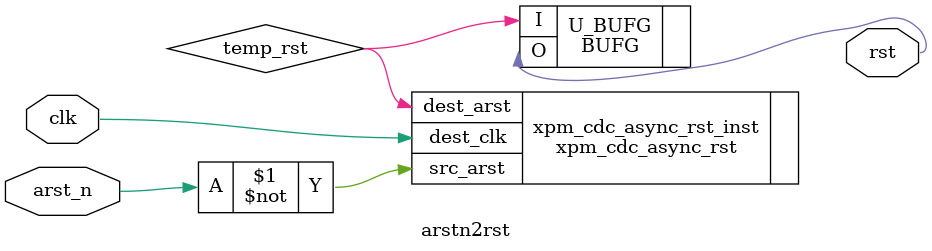
<source format=v>
module arstn2rst (
    input clk,    // Clock
    input arst_n,  // Asynchronous reset active low
    output rst
);

wire temp_rst;

xpm_cdc_async_rst #(
  .DEST_SYNC_FF(4),    // DECIMAL; range: 2-10
  .INIT_SYNC_FF(0),    // DECIMAL; 0=disable simulation init values, 1=enable simulation init values
  .RST_ACTIVE_HIGH(0)  // DECIMAL; 0=active low reset, 1=active high reset
) xpm_cdc_async_rst_inst (
  .dest_arst(temp_rst), // 1-bit output: src_arst asynchronous reset signal synchronized to destination
                         // clock domain. This output is registered. NOTE: Signal asserts asynchronously
                         // but deasserts synchronously to dest_clk. Width of the reset signal is at least
                         // (DEST_SYNC_FF*dest_clk) period.

  .dest_clk(clk),   // 1-bit input: Destination clock.
  .src_arst(~arst_n)    // 1-bit input: Source asynchronous reset signal.
);

BUFG U_BUFG(
  .I(temp_rst), 
  .O(rst)
);

endmodule
</source>
